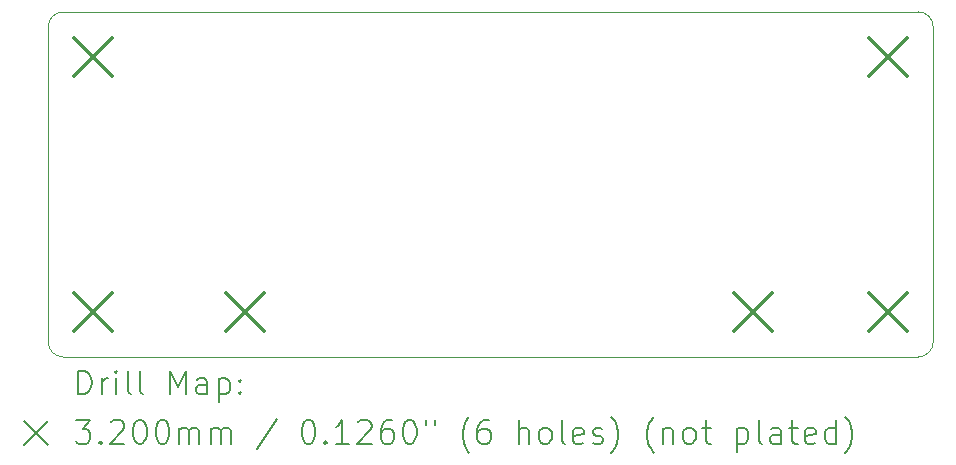
<source format=gbr>
%TF.GenerationSoftware,KiCad,Pcbnew,(6.0.10)*%
%TF.CreationDate,2023-02-28T00:07:08+13:00*%
%TF.ProjectId,video,76696465-6f2e-46b6-9963-61645f706362,rev?*%
%TF.SameCoordinates,Original*%
%TF.FileFunction,Drillmap*%
%TF.FilePolarity,Positive*%
%FSLAX45Y45*%
G04 Gerber Fmt 4.5, Leading zero omitted, Abs format (unit mm)*
G04 Created by KiCad (PCBNEW (6.0.10)) date 2023-02-28 00:07:08*
%MOMM*%
%LPD*%
G01*
G04 APERTURE LIST*
%ADD10C,0.100000*%
%ADD11C,0.200000*%
%ADD12C,0.320000*%
G04 APERTURE END LIST*
D10*
X4699000Y-10922000D02*
G75*
G03*
X4826000Y-11049000I127000J0D01*
G01*
X4826000Y-8128000D02*
G75*
G03*
X4699000Y-8255000I0J-127000D01*
G01*
X12192000Y-8255000D02*
X12192000Y-10922000D01*
X12192000Y-8255000D02*
G75*
G03*
X12065000Y-8128000I-127000J0D01*
G01*
X12065000Y-11049000D02*
G75*
G03*
X12192000Y-10922000I0J127000D01*
G01*
X4826000Y-8128000D02*
X12065000Y-8128000D01*
X4699000Y-10922000D02*
X4699000Y-8255000D01*
X12065000Y-11049000D02*
X4826000Y-11049000D01*
D11*
D12*
X4920000Y-8349000D02*
X5240000Y-8669000D01*
X5240000Y-8349000D02*
X4920000Y-8669000D01*
X4920000Y-10508000D02*
X5240000Y-10828000D01*
X5240000Y-10508000D02*
X4920000Y-10828000D01*
X6208000Y-10508000D02*
X6528000Y-10828000D01*
X6528000Y-10508000D02*
X6208000Y-10828000D01*
X10508000Y-10508000D02*
X10828000Y-10828000D01*
X10828000Y-10508000D02*
X10508000Y-10828000D01*
X11651000Y-8349000D02*
X11971000Y-8669000D01*
X11971000Y-8349000D02*
X11651000Y-8669000D01*
X11651000Y-10508000D02*
X11971000Y-10828000D01*
X11971000Y-10508000D02*
X11651000Y-10828000D01*
D11*
X4951619Y-11364476D02*
X4951619Y-11164476D01*
X4999238Y-11164476D01*
X5027810Y-11174000D01*
X5046857Y-11193048D01*
X5056381Y-11212095D01*
X5065905Y-11250190D01*
X5065905Y-11278762D01*
X5056381Y-11316857D01*
X5046857Y-11335905D01*
X5027810Y-11354952D01*
X4999238Y-11364476D01*
X4951619Y-11364476D01*
X5151619Y-11364476D02*
X5151619Y-11231143D01*
X5151619Y-11269238D02*
X5161143Y-11250190D01*
X5170667Y-11240667D01*
X5189714Y-11231143D01*
X5208762Y-11231143D01*
X5275429Y-11364476D02*
X5275429Y-11231143D01*
X5275429Y-11164476D02*
X5265905Y-11174000D01*
X5275429Y-11183524D01*
X5284952Y-11174000D01*
X5275429Y-11164476D01*
X5275429Y-11183524D01*
X5399238Y-11364476D02*
X5380190Y-11354952D01*
X5370667Y-11335905D01*
X5370667Y-11164476D01*
X5504000Y-11364476D02*
X5484952Y-11354952D01*
X5475429Y-11335905D01*
X5475429Y-11164476D01*
X5732571Y-11364476D02*
X5732571Y-11164476D01*
X5799238Y-11307333D01*
X5865905Y-11164476D01*
X5865905Y-11364476D01*
X6046857Y-11364476D02*
X6046857Y-11259714D01*
X6037333Y-11240667D01*
X6018286Y-11231143D01*
X5980190Y-11231143D01*
X5961143Y-11240667D01*
X6046857Y-11354952D02*
X6027809Y-11364476D01*
X5980190Y-11364476D01*
X5961143Y-11354952D01*
X5951619Y-11335905D01*
X5951619Y-11316857D01*
X5961143Y-11297809D01*
X5980190Y-11288286D01*
X6027809Y-11288286D01*
X6046857Y-11278762D01*
X6142095Y-11231143D02*
X6142095Y-11431143D01*
X6142095Y-11240667D02*
X6161143Y-11231143D01*
X6199238Y-11231143D01*
X6218286Y-11240667D01*
X6227809Y-11250190D01*
X6237333Y-11269238D01*
X6237333Y-11326381D01*
X6227809Y-11345428D01*
X6218286Y-11354952D01*
X6199238Y-11364476D01*
X6161143Y-11364476D01*
X6142095Y-11354952D01*
X6323048Y-11345428D02*
X6332571Y-11354952D01*
X6323048Y-11364476D01*
X6313524Y-11354952D01*
X6323048Y-11345428D01*
X6323048Y-11364476D01*
X6323048Y-11240667D02*
X6332571Y-11250190D01*
X6323048Y-11259714D01*
X6313524Y-11250190D01*
X6323048Y-11240667D01*
X6323048Y-11259714D01*
X4494000Y-11594000D02*
X4694000Y-11794000D01*
X4694000Y-11594000D02*
X4494000Y-11794000D01*
X4932571Y-11584476D02*
X5056381Y-11584476D01*
X4989714Y-11660667D01*
X5018286Y-11660667D01*
X5037333Y-11670190D01*
X5046857Y-11679714D01*
X5056381Y-11698762D01*
X5056381Y-11746381D01*
X5046857Y-11765428D01*
X5037333Y-11774952D01*
X5018286Y-11784476D01*
X4961143Y-11784476D01*
X4942095Y-11774952D01*
X4932571Y-11765428D01*
X5142095Y-11765428D02*
X5151619Y-11774952D01*
X5142095Y-11784476D01*
X5132571Y-11774952D01*
X5142095Y-11765428D01*
X5142095Y-11784476D01*
X5227810Y-11603524D02*
X5237333Y-11594000D01*
X5256381Y-11584476D01*
X5304000Y-11584476D01*
X5323048Y-11594000D01*
X5332571Y-11603524D01*
X5342095Y-11622571D01*
X5342095Y-11641619D01*
X5332571Y-11670190D01*
X5218286Y-11784476D01*
X5342095Y-11784476D01*
X5465905Y-11584476D02*
X5484952Y-11584476D01*
X5504000Y-11594000D01*
X5513524Y-11603524D01*
X5523048Y-11622571D01*
X5532571Y-11660667D01*
X5532571Y-11708286D01*
X5523048Y-11746381D01*
X5513524Y-11765428D01*
X5504000Y-11774952D01*
X5484952Y-11784476D01*
X5465905Y-11784476D01*
X5446857Y-11774952D01*
X5437333Y-11765428D01*
X5427810Y-11746381D01*
X5418286Y-11708286D01*
X5418286Y-11660667D01*
X5427810Y-11622571D01*
X5437333Y-11603524D01*
X5446857Y-11594000D01*
X5465905Y-11584476D01*
X5656381Y-11584476D02*
X5675428Y-11584476D01*
X5694476Y-11594000D01*
X5704000Y-11603524D01*
X5713524Y-11622571D01*
X5723048Y-11660667D01*
X5723048Y-11708286D01*
X5713524Y-11746381D01*
X5704000Y-11765428D01*
X5694476Y-11774952D01*
X5675428Y-11784476D01*
X5656381Y-11784476D01*
X5637333Y-11774952D01*
X5627809Y-11765428D01*
X5618286Y-11746381D01*
X5608762Y-11708286D01*
X5608762Y-11660667D01*
X5618286Y-11622571D01*
X5627809Y-11603524D01*
X5637333Y-11594000D01*
X5656381Y-11584476D01*
X5808762Y-11784476D02*
X5808762Y-11651143D01*
X5808762Y-11670190D02*
X5818286Y-11660667D01*
X5837333Y-11651143D01*
X5865905Y-11651143D01*
X5884952Y-11660667D01*
X5894476Y-11679714D01*
X5894476Y-11784476D01*
X5894476Y-11679714D02*
X5904000Y-11660667D01*
X5923048Y-11651143D01*
X5951619Y-11651143D01*
X5970667Y-11660667D01*
X5980190Y-11679714D01*
X5980190Y-11784476D01*
X6075428Y-11784476D02*
X6075428Y-11651143D01*
X6075428Y-11670190D02*
X6084952Y-11660667D01*
X6104000Y-11651143D01*
X6132571Y-11651143D01*
X6151619Y-11660667D01*
X6161143Y-11679714D01*
X6161143Y-11784476D01*
X6161143Y-11679714D02*
X6170667Y-11660667D01*
X6189714Y-11651143D01*
X6218286Y-11651143D01*
X6237333Y-11660667D01*
X6246857Y-11679714D01*
X6246857Y-11784476D01*
X6637333Y-11574952D02*
X6465905Y-11832095D01*
X6894476Y-11584476D02*
X6913524Y-11584476D01*
X6932571Y-11594000D01*
X6942095Y-11603524D01*
X6951619Y-11622571D01*
X6961143Y-11660667D01*
X6961143Y-11708286D01*
X6951619Y-11746381D01*
X6942095Y-11765428D01*
X6932571Y-11774952D01*
X6913524Y-11784476D01*
X6894476Y-11784476D01*
X6875428Y-11774952D01*
X6865905Y-11765428D01*
X6856381Y-11746381D01*
X6846857Y-11708286D01*
X6846857Y-11660667D01*
X6856381Y-11622571D01*
X6865905Y-11603524D01*
X6875428Y-11594000D01*
X6894476Y-11584476D01*
X7046857Y-11765428D02*
X7056381Y-11774952D01*
X7046857Y-11784476D01*
X7037333Y-11774952D01*
X7046857Y-11765428D01*
X7046857Y-11784476D01*
X7246857Y-11784476D02*
X7132571Y-11784476D01*
X7189714Y-11784476D02*
X7189714Y-11584476D01*
X7170667Y-11613048D01*
X7151619Y-11632095D01*
X7132571Y-11641619D01*
X7323048Y-11603524D02*
X7332571Y-11594000D01*
X7351619Y-11584476D01*
X7399238Y-11584476D01*
X7418286Y-11594000D01*
X7427809Y-11603524D01*
X7437333Y-11622571D01*
X7437333Y-11641619D01*
X7427809Y-11670190D01*
X7313524Y-11784476D01*
X7437333Y-11784476D01*
X7608762Y-11584476D02*
X7570667Y-11584476D01*
X7551619Y-11594000D01*
X7542095Y-11603524D01*
X7523048Y-11632095D01*
X7513524Y-11670190D01*
X7513524Y-11746381D01*
X7523048Y-11765428D01*
X7532571Y-11774952D01*
X7551619Y-11784476D01*
X7589714Y-11784476D01*
X7608762Y-11774952D01*
X7618286Y-11765428D01*
X7627809Y-11746381D01*
X7627809Y-11698762D01*
X7618286Y-11679714D01*
X7608762Y-11670190D01*
X7589714Y-11660667D01*
X7551619Y-11660667D01*
X7532571Y-11670190D01*
X7523048Y-11679714D01*
X7513524Y-11698762D01*
X7751619Y-11584476D02*
X7770667Y-11584476D01*
X7789714Y-11594000D01*
X7799238Y-11603524D01*
X7808762Y-11622571D01*
X7818286Y-11660667D01*
X7818286Y-11708286D01*
X7808762Y-11746381D01*
X7799238Y-11765428D01*
X7789714Y-11774952D01*
X7770667Y-11784476D01*
X7751619Y-11784476D01*
X7732571Y-11774952D01*
X7723048Y-11765428D01*
X7713524Y-11746381D01*
X7704000Y-11708286D01*
X7704000Y-11660667D01*
X7713524Y-11622571D01*
X7723048Y-11603524D01*
X7732571Y-11594000D01*
X7751619Y-11584476D01*
X7894476Y-11584476D02*
X7894476Y-11622571D01*
X7970667Y-11584476D02*
X7970667Y-11622571D01*
X8265905Y-11860667D02*
X8256381Y-11851143D01*
X8237333Y-11822571D01*
X8227809Y-11803524D01*
X8218286Y-11774952D01*
X8208762Y-11727333D01*
X8208762Y-11689238D01*
X8218286Y-11641619D01*
X8227809Y-11613048D01*
X8237333Y-11594000D01*
X8256381Y-11565428D01*
X8265905Y-11555905D01*
X8427810Y-11584476D02*
X8389714Y-11584476D01*
X8370667Y-11594000D01*
X8361143Y-11603524D01*
X8342095Y-11632095D01*
X8332571Y-11670190D01*
X8332571Y-11746381D01*
X8342095Y-11765428D01*
X8351619Y-11774952D01*
X8370667Y-11784476D01*
X8408762Y-11784476D01*
X8427810Y-11774952D01*
X8437333Y-11765428D01*
X8446857Y-11746381D01*
X8446857Y-11698762D01*
X8437333Y-11679714D01*
X8427810Y-11670190D01*
X8408762Y-11660667D01*
X8370667Y-11660667D01*
X8351619Y-11670190D01*
X8342095Y-11679714D01*
X8332571Y-11698762D01*
X8684952Y-11784476D02*
X8684952Y-11584476D01*
X8770667Y-11784476D02*
X8770667Y-11679714D01*
X8761143Y-11660667D01*
X8742095Y-11651143D01*
X8713524Y-11651143D01*
X8694476Y-11660667D01*
X8684952Y-11670190D01*
X8894476Y-11784476D02*
X8875429Y-11774952D01*
X8865905Y-11765428D01*
X8856381Y-11746381D01*
X8856381Y-11689238D01*
X8865905Y-11670190D01*
X8875429Y-11660667D01*
X8894476Y-11651143D01*
X8923048Y-11651143D01*
X8942095Y-11660667D01*
X8951619Y-11670190D01*
X8961143Y-11689238D01*
X8961143Y-11746381D01*
X8951619Y-11765428D01*
X8942095Y-11774952D01*
X8923048Y-11784476D01*
X8894476Y-11784476D01*
X9075429Y-11784476D02*
X9056381Y-11774952D01*
X9046857Y-11755905D01*
X9046857Y-11584476D01*
X9227810Y-11774952D02*
X9208762Y-11784476D01*
X9170667Y-11784476D01*
X9151619Y-11774952D01*
X9142095Y-11755905D01*
X9142095Y-11679714D01*
X9151619Y-11660667D01*
X9170667Y-11651143D01*
X9208762Y-11651143D01*
X9227810Y-11660667D01*
X9237333Y-11679714D01*
X9237333Y-11698762D01*
X9142095Y-11717809D01*
X9313524Y-11774952D02*
X9332571Y-11784476D01*
X9370667Y-11784476D01*
X9389714Y-11774952D01*
X9399238Y-11755905D01*
X9399238Y-11746381D01*
X9389714Y-11727333D01*
X9370667Y-11717809D01*
X9342095Y-11717809D01*
X9323048Y-11708286D01*
X9313524Y-11689238D01*
X9313524Y-11679714D01*
X9323048Y-11660667D01*
X9342095Y-11651143D01*
X9370667Y-11651143D01*
X9389714Y-11660667D01*
X9465905Y-11860667D02*
X9475429Y-11851143D01*
X9494476Y-11822571D01*
X9504000Y-11803524D01*
X9513524Y-11774952D01*
X9523048Y-11727333D01*
X9523048Y-11689238D01*
X9513524Y-11641619D01*
X9504000Y-11613048D01*
X9494476Y-11594000D01*
X9475429Y-11565428D01*
X9465905Y-11555905D01*
X9827810Y-11860667D02*
X9818286Y-11851143D01*
X9799238Y-11822571D01*
X9789714Y-11803524D01*
X9780190Y-11774952D01*
X9770667Y-11727333D01*
X9770667Y-11689238D01*
X9780190Y-11641619D01*
X9789714Y-11613048D01*
X9799238Y-11594000D01*
X9818286Y-11565428D01*
X9827810Y-11555905D01*
X9904000Y-11651143D02*
X9904000Y-11784476D01*
X9904000Y-11670190D02*
X9913524Y-11660667D01*
X9932571Y-11651143D01*
X9961143Y-11651143D01*
X9980190Y-11660667D01*
X9989714Y-11679714D01*
X9989714Y-11784476D01*
X10113524Y-11784476D02*
X10094476Y-11774952D01*
X10084952Y-11765428D01*
X10075429Y-11746381D01*
X10075429Y-11689238D01*
X10084952Y-11670190D01*
X10094476Y-11660667D01*
X10113524Y-11651143D01*
X10142095Y-11651143D01*
X10161143Y-11660667D01*
X10170667Y-11670190D01*
X10180190Y-11689238D01*
X10180190Y-11746381D01*
X10170667Y-11765428D01*
X10161143Y-11774952D01*
X10142095Y-11784476D01*
X10113524Y-11784476D01*
X10237333Y-11651143D02*
X10313524Y-11651143D01*
X10265905Y-11584476D02*
X10265905Y-11755905D01*
X10275429Y-11774952D01*
X10294476Y-11784476D01*
X10313524Y-11784476D01*
X10532571Y-11651143D02*
X10532571Y-11851143D01*
X10532571Y-11660667D02*
X10551619Y-11651143D01*
X10589714Y-11651143D01*
X10608762Y-11660667D01*
X10618286Y-11670190D01*
X10627810Y-11689238D01*
X10627810Y-11746381D01*
X10618286Y-11765428D01*
X10608762Y-11774952D01*
X10589714Y-11784476D01*
X10551619Y-11784476D01*
X10532571Y-11774952D01*
X10742095Y-11784476D02*
X10723048Y-11774952D01*
X10713524Y-11755905D01*
X10713524Y-11584476D01*
X10904000Y-11784476D02*
X10904000Y-11679714D01*
X10894476Y-11660667D01*
X10875429Y-11651143D01*
X10837333Y-11651143D01*
X10818286Y-11660667D01*
X10904000Y-11774952D02*
X10884952Y-11784476D01*
X10837333Y-11784476D01*
X10818286Y-11774952D01*
X10808762Y-11755905D01*
X10808762Y-11736857D01*
X10818286Y-11717809D01*
X10837333Y-11708286D01*
X10884952Y-11708286D01*
X10904000Y-11698762D01*
X10970667Y-11651143D02*
X11046857Y-11651143D01*
X10999238Y-11584476D02*
X10999238Y-11755905D01*
X11008762Y-11774952D01*
X11027810Y-11784476D01*
X11046857Y-11784476D01*
X11189714Y-11774952D02*
X11170667Y-11784476D01*
X11132571Y-11784476D01*
X11113524Y-11774952D01*
X11104000Y-11755905D01*
X11104000Y-11679714D01*
X11113524Y-11660667D01*
X11132571Y-11651143D01*
X11170667Y-11651143D01*
X11189714Y-11660667D01*
X11199238Y-11679714D01*
X11199238Y-11698762D01*
X11104000Y-11717809D01*
X11370667Y-11784476D02*
X11370667Y-11584476D01*
X11370667Y-11774952D02*
X11351619Y-11784476D01*
X11313524Y-11784476D01*
X11294476Y-11774952D01*
X11284952Y-11765428D01*
X11275428Y-11746381D01*
X11275428Y-11689238D01*
X11284952Y-11670190D01*
X11294476Y-11660667D01*
X11313524Y-11651143D01*
X11351619Y-11651143D01*
X11370667Y-11660667D01*
X11446857Y-11860667D02*
X11456381Y-11851143D01*
X11475428Y-11822571D01*
X11484952Y-11803524D01*
X11494476Y-11774952D01*
X11504000Y-11727333D01*
X11504000Y-11689238D01*
X11494476Y-11641619D01*
X11484952Y-11613048D01*
X11475428Y-11594000D01*
X11456381Y-11565428D01*
X11446857Y-11555905D01*
M02*

</source>
